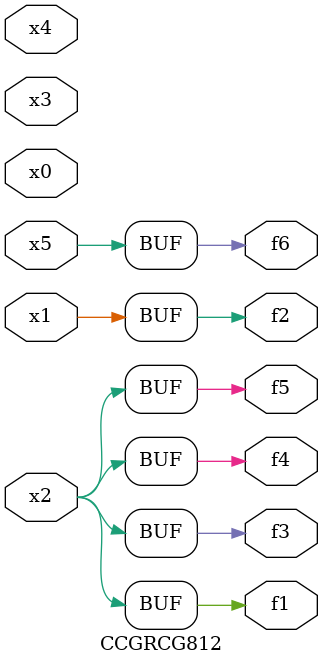
<source format=v>
module CCGRCG812(
	input x0, x1, x2, x3, x4, x5,
	output f1, f2, f3, f4, f5, f6
);
	assign f1 = x2;
	assign f2 = x1;
	assign f3 = x2;
	assign f4 = x2;
	assign f5 = x2;
	assign f6 = x5;
endmodule

</source>
